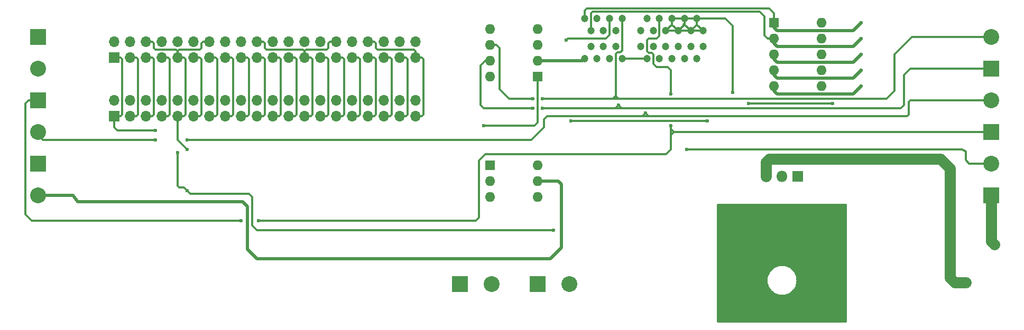
<source format=gbr>
G04 #@! TF.FileFunction,Copper,L2,Bot,Signal*
%FSLAX46Y46*%
G04 Gerber Fmt 4.6, Leading zero omitted, Abs format (unit mm)*
G04 Created by KiCad (PCBNEW 4.0.6) date 03/06/18 07:35:55*
%MOMM*%
%LPD*%
G01*
G04 APERTURE LIST*
%ADD10C,0.100000*%
%ADD11R,2.540000X2.540000*%
%ADD12C,2.540000*%
%ADD13R,1.700000X1.700000*%
%ADD14O,1.700000X1.700000*%
%ADD15C,1.198880*%
%ADD16R,1.600000X1.600000*%
%ADD17O,1.600000X1.600000*%
%ADD18R,1.800000X1.800000*%
%ADD19O,1.800000X1.800000*%
%ADD20C,0.600000*%
%ADD21C,0.304800*%
%ADD22C,0.508000*%
%ADD23C,1.778000*%
%ADD24C,0.254000*%
G04 APERTURE END LIST*
D10*
D11*
X141986000Y-80010000D03*
D12*
X147066000Y-80010000D03*
D13*
X86614000Y-53086000D03*
D14*
X86614000Y-50546000D03*
X89154000Y-53086000D03*
X89154000Y-50546000D03*
X91694000Y-53086000D03*
X91694000Y-50546000D03*
X94234000Y-53086000D03*
X94234000Y-50546000D03*
X96774000Y-53086000D03*
X96774000Y-50546000D03*
X99314000Y-53086000D03*
X99314000Y-50546000D03*
X101854000Y-53086000D03*
X101854000Y-50546000D03*
X104394000Y-53086000D03*
X104394000Y-50546000D03*
X106934000Y-53086000D03*
X106934000Y-50546000D03*
X109474000Y-53086000D03*
X109474000Y-50546000D03*
X112014000Y-53086000D03*
X112014000Y-50546000D03*
X114554000Y-53086000D03*
X114554000Y-50546000D03*
X117094000Y-53086000D03*
X117094000Y-50546000D03*
X119634000Y-53086000D03*
X119634000Y-50546000D03*
X122174000Y-53086000D03*
X122174000Y-50546000D03*
X124714000Y-53086000D03*
X124714000Y-50546000D03*
X127254000Y-53086000D03*
X127254000Y-50546000D03*
X129794000Y-53086000D03*
X129794000Y-50546000D03*
X132334000Y-53086000D03*
X132334000Y-50546000D03*
X134874000Y-53086000D03*
X134874000Y-50546000D03*
D11*
X227076000Y-65786000D03*
D12*
X227076000Y-60706000D03*
D11*
X74422000Y-50546000D03*
D12*
X74422000Y-55626000D03*
D11*
X227076000Y-45466000D03*
D12*
X227076000Y-40386000D03*
D11*
X154432000Y-80010000D03*
D12*
X159512000Y-80010000D03*
D11*
X74422000Y-60706000D03*
D12*
X74422000Y-65786000D03*
D11*
X227076000Y-55626000D03*
D12*
X227076000Y-50546000D03*
D11*
X74422000Y-40386000D03*
D12*
X74422000Y-45466000D03*
D15*
X167949880Y-37388800D03*
X166949120Y-39390320D03*
X165950900Y-37388800D03*
X164950140Y-39390320D03*
X163949380Y-37388800D03*
X162951160Y-39390320D03*
X161950400Y-37388800D03*
X166949120Y-41889680D03*
X164950140Y-41889680D03*
X162951160Y-41889680D03*
X167949880Y-43891200D03*
X165950900Y-43891200D03*
X163949380Y-43891200D03*
X161950400Y-43891200D03*
X170949620Y-39390320D03*
X172951140Y-39390320D03*
X174950120Y-39390320D03*
X176949100Y-39390320D03*
X178950620Y-39390320D03*
X180949600Y-39390320D03*
X179948840Y-37388800D03*
X177949860Y-37388800D03*
X175950880Y-37388800D03*
X173949360Y-37388800D03*
X171950380Y-37388800D03*
X180949600Y-41889680D03*
X179948840Y-43891200D03*
X178950620Y-41889680D03*
X177949860Y-43891200D03*
X176949100Y-41889680D03*
X175950880Y-43891200D03*
X174950120Y-41889680D03*
X173949360Y-43891200D03*
X172951140Y-41889680D03*
X171950380Y-43891200D03*
X170949620Y-41889680D03*
D16*
X192278000Y-38100000D03*
D17*
X199898000Y-48260000D03*
X192278000Y-40640000D03*
X199898000Y-45720000D03*
X192278000Y-43180000D03*
X199898000Y-43180000D03*
X192278000Y-45720000D03*
X199898000Y-40640000D03*
X192278000Y-48260000D03*
X199898000Y-38100000D03*
D16*
X146812000Y-60960000D03*
D17*
X154432000Y-66040000D03*
X146812000Y-63500000D03*
X154432000Y-63500000D03*
X146812000Y-66040000D03*
X154432000Y-60960000D03*
D16*
X154432000Y-46736000D03*
D17*
X146812000Y-39116000D03*
X154432000Y-44196000D03*
X146812000Y-41656000D03*
X154432000Y-41656000D03*
X146812000Y-44196000D03*
X154432000Y-39116000D03*
X146812000Y-46736000D03*
D18*
X196088000Y-62738000D03*
D19*
X193548000Y-62738000D03*
X191008000Y-62738000D03*
D13*
X86614000Y-43688000D03*
D14*
X86614000Y-41148000D03*
X89154000Y-43688000D03*
X89154000Y-41148000D03*
X91694000Y-43688000D03*
X91694000Y-41148000D03*
X94234000Y-43688000D03*
X94234000Y-41148000D03*
X96774000Y-43688000D03*
X96774000Y-41148000D03*
X99314000Y-43688000D03*
X99314000Y-41148000D03*
X101854000Y-43688000D03*
X101854000Y-41148000D03*
X104394000Y-43688000D03*
X104394000Y-41148000D03*
X106934000Y-43688000D03*
X106934000Y-41148000D03*
X109474000Y-43688000D03*
X109474000Y-41148000D03*
X112014000Y-43688000D03*
X112014000Y-41148000D03*
X114554000Y-43688000D03*
X114554000Y-41148000D03*
X117094000Y-43688000D03*
X117094000Y-41148000D03*
X119634000Y-43688000D03*
X119634000Y-41148000D03*
X122174000Y-43688000D03*
X122174000Y-41148000D03*
X124714000Y-43688000D03*
X124714000Y-41148000D03*
X127254000Y-43688000D03*
X127254000Y-41148000D03*
X129794000Y-43688000D03*
X129794000Y-41148000D03*
X132334000Y-43688000D03*
X132334000Y-41148000D03*
X134874000Y-43688000D03*
X134874000Y-41148000D03*
D20*
X202184000Y-83058000D03*
X199644000Y-84328000D03*
X202184000Y-80772000D03*
X199644000Y-82042000D03*
X199644000Y-79756000D03*
X202184000Y-78486000D03*
X202184000Y-76200000D03*
X202184000Y-73914000D03*
X199644000Y-77470000D03*
X199644000Y-75184000D03*
X199644000Y-72898000D03*
X202184000Y-71628000D03*
X199644000Y-70612000D03*
X194564000Y-84582000D03*
X197104000Y-83058000D03*
X197104000Y-80772000D03*
X192024000Y-83058000D03*
X197104000Y-78486000D03*
X197104000Y-76200000D03*
X197104000Y-73914000D03*
X197104000Y-71628000D03*
X194564000Y-75184000D03*
X194564000Y-72898000D03*
X192024000Y-76200000D03*
X192024000Y-73914000D03*
X194564000Y-70612000D03*
X192024000Y-71628000D03*
X202184000Y-69342000D03*
X199644000Y-68326000D03*
X197104000Y-69342000D03*
X194564000Y-68326000D03*
X192024000Y-69342000D03*
X189484000Y-84582000D03*
X189484000Y-82042000D03*
X189484000Y-79756000D03*
X189484000Y-77470000D03*
X189484000Y-75184000D03*
X189484000Y-72898000D03*
X189484000Y-70612000D03*
X189484000Y-68326000D03*
X186944000Y-83058000D03*
X186944000Y-80772000D03*
X186944000Y-78486000D03*
X186944000Y-76200000D03*
X186944000Y-73914000D03*
X186944000Y-71628000D03*
X186944000Y-69342000D03*
X184404000Y-84582000D03*
X184404000Y-82296000D03*
X184404000Y-80010000D03*
X184404000Y-77470000D03*
X184404000Y-75184000D03*
X184404000Y-72898000D03*
X184404000Y-70612000D03*
X184404000Y-68326000D03*
X201676000Y-51054000D03*
X188214000Y-51054000D03*
X185674000Y-49276000D03*
X98298000Y-58420000D03*
X227584000Y-73660000D03*
X156972000Y-71374000D03*
X98298000Y-65024000D03*
X96774000Y-58928000D03*
X223012000Y-79756000D03*
X93218000Y-55372000D03*
X145796000Y-54610000D03*
X178308000Y-58420000D03*
X175768000Y-49530000D03*
X175768000Y-54610000D03*
X106934000Y-69850000D03*
X109728000Y-69850000D03*
X171704000Y-52578000D03*
X93218000Y-56896000D03*
X98298000Y-56896000D03*
X167386000Y-51308000D03*
X153670000Y-51816000D03*
X155194000Y-51816000D03*
X155194000Y-50292000D03*
X153670000Y-50292000D03*
X159004000Y-40894000D03*
X159766000Y-53848000D03*
X181610000Y-53848000D03*
X206248000Y-48260000D03*
X206248000Y-45720000D03*
X206248000Y-43180000D03*
X206248000Y-40640000D03*
X206248000Y-38100000D03*
D21*
X180949600Y-39390320D02*
X180947060Y-39390320D01*
X180947060Y-39390320D02*
X179948840Y-38392100D01*
X179948840Y-37388800D02*
X179948840Y-38392100D01*
X179948840Y-38392100D02*
X178950620Y-39390320D01*
X178950620Y-39390320D02*
X177949860Y-38389560D01*
X177949860Y-38389560D02*
X177835560Y-38389560D01*
X177800000Y-38354000D02*
X177949860Y-38354000D01*
X177835560Y-38389560D02*
X177800000Y-38354000D01*
X177949860Y-37388800D02*
X177949860Y-38354000D01*
X177949860Y-38354000D02*
X177949860Y-38389560D01*
X177949860Y-38389560D02*
X176949100Y-39390320D01*
X180949600Y-39390320D02*
X178950620Y-39390320D01*
X176949100Y-39390320D02*
X178950620Y-39390320D01*
X179948840Y-37388800D02*
X177949860Y-37388800D01*
X177949860Y-37388800D02*
X175950880Y-37388800D01*
X174950120Y-39390320D02*
X174952660Y-39390320D01*
X174952660Y-39390320D02*
X175950880Y-38392100D01*
X175950880Y-37388800D02*
X175950880Y-38392100D01*
X175950880Y-38392100D02*
X176949100Y-39390320D01*
X174950120Y-39390320D02*
X176949100Y-39390320D01*
X201676000Y-51054000D02*
X188214000Y-51054000D01*
X185674000Y-49276000D02*
X185674000Y-40132000D01*
X185674000Y-40132000D02*
X185674000Y-38608000D01*
X185674000Y-38608000D02*
X184454800Y-37388800D01*
X179948840Y-37388800D02*
X184454800Y-37388800D01*
X96774000Y-53086000D02*
X96774000Y-56896000D01*
X96774000Y-56896000D02*
X98298000Y-58420000D01*
D22*
X154432000Y-44196000D02*
X161645600Y-44196000D01*
X161645600Y-44196000D02*
X161950400Y-43891200D01*
D21*
X127254000Y-41148000D02*
X128270000Y-41148000D01*
X134874000Y-42672000D02*
X134874000Y-43688000D01*
X134620000Y-42418000D02*
X134874000Y-42672000D01*
X128778000Y-42418000D02*
X134620000Y-42418000D01*
X128524000Y-42164000D02*
X128778000Y-42418000D01*
X128524000Y-41402000D02*
X128524000Y-42164000D01*
X128270000Y-41148000D02*
X128524000Y-41402000D01*
X122174000Y-41148000D02*
X121158000Y-41148000D01*
X117348000Y-42418000D02*
X117094000Y-42672000D01*
X120650000Y-42418000D02*
X117348000Y-42418000D01*
X120904000Y-42164000D02*
X120650000Y-42418000D01*
X120904000Y-41402000D02*
X120904000Y-42164000D01*
X121158000Y-41148000D02*
X120904000Y-41402000D01*
X109474000Y-41148000D02*
X110490000Y-41148000D01*
X110490000Y-41148000D02*
X110744000Y-41402000D01*
X110744000Y-41402000D02*
X110744000Y-42164000D01*
X110744000Y-42164000D02*
X110998000Y-42418000D01*
X110998000Y-42418000D02*
X116840000Y-42418000D01*
X116840000Y-42418000D02*
X117094000Y-42672000D01*
X117094000Y-42672000D02*
X117094000Y-43688000D01*
X101854000Y-41148000D02*
X100838000Y-41148000D01*
X97028000Y-42418000D02*
X96774000Y-42672000D01*
X100330000Y-42418000D02*
X97028000Y-42418000D01*
X100584000Y-42164000D02*
X100330000Y-42418000D01*
X100584000Y-41402000D02*
X100584000Y-42164000D01*
X100838000Y-41148000D02*
X100584000Y-41402000D01*
X91694000Y-41148000D02*
X92710000Y-41148000D01*
X92710000Y-41148000D02*
X92964000Y-41402000D01*
X92964000Y-41402000D02*
X92964000Y-42164000D01*
X92964000Y-42164000D02*
X93218000Y-42418000D01*
X93218000Y-42418000D02*
X96520000Y-42418000D01*
X96520000Y-42418000D02*
X96774000Y-42672000D01*
X96774000Y-42672000D02*
X96774000Y-43688000D01*
D23*
X227076000Y-66802000D02*
X227076000Y-73152000D01*
X227076000Y-73152000D02*
X227584000Y-73660000D01*
D21*
X134874000Y-43688000D02*
X135890000Y-43688000D01*
X135890000Y-43688000D02*
X136144000Y-43942000D01*
X136144000Y-43942000D02*
X136144000Y-52832000D01*
X136144000Y-52832000D02*
X135890000Y-53086000D01*
X135890000Y-53086000D02*
X134874000Y-53086000D01*
X117094000Y-53086000D02*
X118110000Y-53086000D01*
X118110000Y-53086000D02*
X118364000Y-52832000D01*
X118364000Y-52832000D02*
X118364000Y-43942000D01*
X118364000Y-43942000D02*
X118110000Y-43688000D01*
X118110000Y-43688000D02*
X117094000Y-43688000D01*
X96774000Y-53086000D02*
X97790000Y-53086000D01*
X97790000Y-53086000D02*
X98044000Y-52832000D01*
X98044000Y-52832000D02*
X98044000Y-43942000D01*
X98044000Y-43942000D02*
X97790000Y-43688000D01*
X97790000Y-43688000D02*
X96774000Y-43688000D01*
X106934000Y-53086000D02*
X107950000Y-53086000D01*
X107950000Y-43688000D02*
X106934000Y-43688000D01*
X108204000Y-43942000D02*
X107950000Y-43688000D01*
X108204000Y-52832000D02*
X108204000Y-43942000D01*
X107950000Y-53086000D02*
X108204000Y-52832000D01*
X98298000Y-65024000D02*
X98806000Y-65532000D01*
X109474000Y-71374000D02*
X156972000Y-71374000D01*
X108712000Y-70612000D02*
X109474000Y-71374000D01*
X108712000Y-66040000D02*
X108712000Y-70612000D01*
X108204000Y-65532000D02*
X108712000Y-66040000D01*
X98806000Y-65532000D02*
X108204000Y-65532000D01*
X96774000Y-64262000D02*
X96774000Y-58928000D01*
X97028000Y-64516000D02*
X96774000Y-64262000D01*
X97790000Y-64516000D02*
X97028000Y-64516000D01*
X97790000Y-64516000D02*
X98298000Y-65024000D01*
D23*
X191008000Y-62738000D02*
X191008000Y-60452000D01*
X221234000Y-79756000D02*
X223012000Y-79756000D01*
X220472000Y-78994000D02*
X221234000Y-79756000D01*
X220472000Y-61468000D02*
X220472000Y-78994000D01*
X218948000Y-59944000D02*
X220472000Y-61468000D01*
X191516000Y-59944000D02*
X218948000Y-59944000D01*
X191008000Y-60452000D02*
X191516000Y-59944000D01*
D21*
X86614000Y-54864000D02*
X86614000Y-53086000D01*
X87122000Y-55372000D02*
X86614000Y-54864000D01*
X93218000Y-55372000D02*
X87122000Y-55372000D01*
X86614000Y-43688000D02*
X87630000Y-43688000D01*
X87630000Y-43688000D02*
X87884000Y-43942000D01*
X87884000Y-43942000D02*
X87884000Y-52832000D01*
X87884000Y-52832000D02*
X87630000Y-53086000D01*
X87630000Y-53086000D02*
X86614000Y-53086000D01*
X171950380Y-43891200D02*
X167949880Y-43891200D01*
X89154000Y-43688000D02*
X90170000Y-43688000D01*
X90170000Y-43688000D02*
X90424000Y-43942000D01*
X90424000Y-43942000D02*
X90424000Y-52832000D01*
X90424000Y-52832000D02*
X90170000Y-53086000D01*
X90170000Y-53086000D02*
X89154000Y-53086000D01*
X91694000Y-53086000D02*
X92710000Y-53086000D01*
X92710000Y-43688000D02*
X91694000Y-43688000D01*
X92964000Y-43942000D02*
X92710000Y-43688000D01*
X92964000Y-52832000D02*
X92964000Y-43942000D01*
X92710000Y-53086000D02*
X92964000Y-52832000D01*
X94234000Y-43688000D02*
X95250000Y-43688000D01*
X95250000Y-53086000D02*
X94234000Y-53086000D01*
X95504000Y-52832000D02*
X95250000Y-53086000D01*
X95504000Y-43942000D02*
X95504000Y-52832000D01*
X95250000Y-43688000D02*
X95504000Y-43942000D01*
X154432000Y-54102000D02*
X153924000Y-54610000D01*
X153924000Y-54610000D02*
X145796000Y-54610000D01*
X154432000Y-46736000D02*
X154432000Y-54102000D01*
X99314000Y-43688000D02*
X100330000Y-43688000D01*
X100330000Y-53086000D02*
X99314000Y-53086000D01*
X100584000Y-52832000D02*
X100330000Y-53086000D01*
X100584000Y-52578000D02*
X100584000Y-52832000D01*
X100584000Y-43942000D02*
X100584000Y-52578000D01*
X100330000Y-43688000D02*
X100584000Y-43942000D01*
X101854000Y-53086000D02*
X102870000Y-53086000D01*
X102870000Y-43688000D02*
X101854000Y-43688000D01*
X103124000Y-43942000D02*
X102870000Y-43688000D01*
X103124000Y-52832000D02*
X103124000Y-43942000D01*
X102870000Y-53086000D02*
X103124000Y-52832000D01*
X104394000Y-43688000D02*
X105410000Y-43688000D01*
X105410000Y-53086000D02*
X104394000Y-53086000D01*
X105664000Y-52832000D02*
X105410000Y-53086000D01*
X105664000Y-43942000D02*
X105664000Y-52832000D01*
X105410000Y-43688000D02*
X105664000Y-43942000D01*
X109474000Y-43688000D02*
X110490000Y-43688000D01*
X110490000Y-53086000D02*
X109474000Y-53086000D01*
X110744000Y-52832000D02*
X110490000Y-53086000D01*
X110744000Y-43942000D02*
X110744000Y-52832000D01*
X110490000Y-43688000D02*
X110744000Y-43942000D01*
X112014000Y-53086000D02*
X113030000Y-53086000D01*
X113030000Y-43688000D02*
X112014000Y-43688000D01*
X113284000Y-43942000D02*
X113030000Y-43688000D01*
X113284000Y-52832000D02*
X113284000Y-43942000D01*
X113030000Y-53086000D02*
X113284000Y-52832000D01*
X114554000Y-43688000D02*
X115570000Y-43688000D01*
X115570000Y-53086000D02*
X114554000Y-53086000D01*
X115824000Y-52832000D02*
X115570000Y-53086000D01*
X115824000Y-43942000D02*
X115824000Y-52832000D01*
X115570000Y-43688000D02*
X115824000Y-43942000D01*
X119634000Y-43688000D02*
X120650000Y-43688000D01*
X120650000Y-53086000D02*
X119634000Y-53086000D01*
X120904000Y-52832000D02*
X120650000Y-53086000D01*
X120904000Y-43942000D02*
X120904000Y-52832000D01*
X120650000Y-43688000D02*
X120904000Y-43942000D01*
X122174000Y-53086000D02*
X123190000Y-53086000D01*
X123190000Y-43688000D02*
X122174000Y-43688000D01*
X123444000Y-43942000D02*
X123190000Y-43688000D01*
X123444000Y-52832000D02*
X123444000Y-43942000D01*
X123190000Y-53086000D02*
X123444000Y-52832000D01*
X124714000Y-43688000D02*
X125730000Y-43688000D01*
X125730000Y-53086000D02*
X124714000Y-53086000D01*
X125984000Y-52832000D02*
X125730000Y-53086000D01*
X125984000Y-43942000D02*
X125984000Y-52832000D01*
X125730000Y-43688000D02*
X125984000Y-43942000D01*
X127254000Y-53086000D02*
X128270000Y-53086000D01*
X128270000Y-43688000D02*
X127254000Y-43688000D01*
X128524000Y-43942000D02*
X128270000Y-43688000D01*
X128524000Y-52832000D02*
X128524000Y-43942000D01*
X128270000Y-53086000D02*
X128524000Y-52832000D01*
X129794000Y-43688000D02*
X130810000Y-43688000D01*
X130810000Y-53086000D02*
X129794000Y-53086000D01*
X131064000Y-52832000D02*
X130810000Y-53086000D01*
X131064000Y-43942000D02*
X131064000Y-52832000D01*
X130810000Y-43688000D02*
X131064000Y-43942000D01*
X132334000Y-53086000D02*
X133350000Y-53086000D01*
X133350000Y-43688000D02*
X132334000Y-43688000D01*
X133604000Y-43942000D02*
X133350000Y-43688000D01*
X133604000Y-52832000D02*
X133604000Y-43942000D01*
X133350000Y-53086000D02*
X133604000Y-52832000D01*
X227076000Y-60706000D02*
X223520000Y-60706000D01*
X222419333Y-58420000D02*
X178308000Y-58420000D01*
X223012000Y-58775600D02*
X222419333Y-58420000D01*
X223012000Y-60096400D02*
X223012000Y-58775600D01*
X223520000Y-60706000D02*
X223012000Y-60096400D01*
D22*
X154432000Y-63500000D02*
X157734000Y-63500000D01*
X157734000Y-63500000D02*
X158242000Y-64008000D01*
X107188000Y-66802000D02*
X80772000Y-66802000D01*
X80772000Y-66802000D02*
X80010000Y-65786000D01*
X80010000Y-65786000D02*
X74676000Y-65786000D01*
X107950000Y-67564000D02*
X107188000Y-66802000D01*
X107950000Y-74422000D02*
X107950000Y-67564000D01*
X109474000Y-75946000D02*
X107950000Y-74422000D01*
X156464000Y-75946000D02*
X109474000Y-75946000D01*
X158242000Y-74168000D02*
X156464000Y-75946000D01*
X158242000Y-64008000D02*
X158242000Y-74168000D01*
D21*
X173482000Y-40640000D02*
X172212000Y-40640000D01*
X173949360Y-40172640D02*
X173482000Y-40640000D01*
X175260000Y-45212000D02*
X175768000Y-45720000D01*
X175768000Y-45720000D02*
X175768000Y-49530000D01*
X175768000Y-55372000D02*
X175768000Y-54610000D01*
X173949360Y-40172640D02*
X173949360Y-37388800D01*
X173482000Y-45212000D02*
X175260000Y-45212000D01*
X172974000Y-44704000D02*
X173482000Y-45212000D01*
X172974000Y-43180000D02*
X172974000Y-44704000D01*
X172720000Y-42926000D02*
X172974000Y-43180000D01*
X172212000Y-42926000D02*
X172720000Y-42926000D01*
X171958000Y-42672000D02*
X172212000Y-42926000D01*
X171958000Y-40894000D02*
X171958000Y-42672000D01*
X172212000Y-40640000D02*
X171958000Y-40894000D01*
X176276000Y-55626000D02*
X175768000Y-55118000D01*
X175768000Y-55118000D02*
X175768000Y-55372000D01*
X175768000Y-55372000D02*
X175768000Y-56134000D01*
X146304000Y-59182000D02*
X146050000Y-59182000D01*
X176276000Y-55626000D02*
X175768000Y-56134000D01*
X175768000Y-56134000D02*
X175768000Y-58420000D01*
X175768000Y-58420000D02*
X175006000Y-59182000D01*
X175006000Y-59182000D02*
X146304000Y-59182000D01*
X227076000Y-55626000D02*
X176276000Y-55626000D01*
X72898000Y-50546000D02*
X74422000Y-50546000D01*
X72390000Y-51054000D02*
X72898000Y-50546000D01*
X72390000Y-68834000D02*
X72390000Y-51054000D01*
X73406000Y-69850000D02*
X72390000Y-68834000D01*
X106934000Y-69850000D02*
X73406000Y-69850000D01*
X144526000Y-69850000D02*
X109728000Y-69850000D01*
X145034000Y-69342000D02*
X144526000Y-69850000D01*
X145034000Y-60198000D02*
X145034000Y-69342000D01*
X146050000Y-59182000D02*
X145034000Y-60198000D01*
X171196000Y-53086000D02*
X171704000Y-52578000D01*
X171704000Y-52578000D02*
X172212000Y-53086000D01*
X172212000Y-53086000D02*
X172212000Y-53086000D01*
X227076000Y-50546000D02*
X214122000Y-50546000D01*
X75184000Y-56896000D02*
X74422000Y-56134000D01*
X78740000Y-56896000D02*
X75184000Y-56896000D01*
X93218000Y-56896000D02*
X78740000Y-56896000D01*
X153416000Y-56896000D02*
X98298000Y-56896000D01*
X155448000Y-54864000D02*
X153416000Y-56896000D01*
X155448000Y-53594000D02*
X155448000Y-54864000D01*
X155956000Y-53086000D02*
X155448000Y-53594000D01*
X213614000Y-53086000D02*
X171196000Y-53086000D01*
X171196000Y-53086000D02*
X155956000Y-53086000D01*
X213868000Y-52832000D02*
X213614000Y-53086000D01*
X213868000Y-50800000D02*
X213868000Y-52832000D01*
X214122000Y-50546000D02*
X213868000Y-50800000D01*
X74422000Y-56134000D02*
X74422000Y-55626000D01*
X167386000Y-51308000D02*
X166878000Y-51816000D01*
X167386000Y-51308000D02*
X167894000Y-51816000D01*
X167894000Y-51816000D02*
X167640000Y-51816000D01*
X227076000Y-45466000D02*
X214122000Y-45466000D01*
X214122000Y-45466000D02*
X213106000Y-46482000D01*
X213106000Y-46482000D02*
X213106000Y-51308000D01*
X213106000Y-51308000D02*
X212598000Y-51816000D01*
X212598000Y-51816000D02*
X167640000Y-51816000D01*
X167640000Y-51816000D02*
X166878000Y-51816000D01*
X166878000Y-51816000D02*
X155194000Y-51816000D01*
X145288000Y-44958000D02*
X146050000Y-44196000D01*
X145288000Y-51308000D02*
X145288000Y-44958000D01*
X145796000Y-51816000D02*
X145288000Y-51308000D01*
X153670000Y-51816000D02*
X145796000Y-51816000D01*
X146050000Y-44196000D02*
X146812000Y-44196000D01*
X166922000Y-49828000D02*
X167386000Y-50292000D01*
X167386000Y-50292000D02*
X167132000Y-50292000D01*
X167949880Y-42362120D02*
X167949880Y-42575120D01*
X167949880Y-37388800D02*
X167949880Y-42362120D01*
X166950000Y-49800000D02*
X166922000Y-49828000D01*
X166922000Y-49828000D02*
X166458000Y-50292000D01*
X166950000Y-43125000D02*
X166950000Y-49800000D01*
X167200000Y-42875000D02*
X166950000Y-43125000D01*
X167650000Y-42875000D02*
X167200000Y-42875000D01*
X167949880Y-42575120D02*
X167650000Y-42875000D01*
X227076000Y-40386000D02*
X214376000Y-40386000D01*
X167894000Y-50292000D02*
X167132000Y-50292000D01*
X210312000Y-50292000D02*
X167894000Y-50292000D01*
X211582000Y-49022000D02*
X210312000Y-50292000D01*
X211582000Y-43180000D02*
X211582000Y-49022000D01*
X214376000Y-40386000D02*
X211582000Y-43180000D01*
X147828000Y-41656000D02*
X147574000Y-41656000D01*
X167132000Y-50292000D02*
X166878000Y-50292000D01*
X166878000Y-50292000D02*
X166458000Y-50292000D01*
X166458000Y-50292000D02*
X161290000Y-50292000D01*
X161290000Y-50292000D02*
X155194000Y-50292000D01*
X153670000Y-50292000D02*
X149860000Y-50292000D01*
X149860000Y-50292000D02*
X148590000Y-49022000D01*
X148590000Y-49022000D02*
X148336000Y-48768000D01*
X148336000Y-48768000D02*
X148336000Y-42926000D01*
X148336000Y-42926000D02*
X148336000Y-42164000D01*
X148336000Y-42164000D02*
X147828000Y-41656000D01*
X147574000Y-41656000D02*
X146812000Y-41656000D01*
X147574000Y-41656000D02*
X146812000Y-41656000D01*
X165950900Y-40043100D02*
X165950900Y-37388800D01*
X165354000Y-40640000D02*
X165950900Y-40043100D01*
X159258000Y-40640000D02*
X165354000Y-40640000D01*
X159004000Y-40894000D02*
X159258000Y-40640000D01*
X181610000Y-53848000D02*
X159766000Y-53848000D01*
D22*
X192278000Y-48260000D02*
X192278000Y-49022000D01*
X192278000Y-49022000D02*
X192786000Y-49530000D01*
X192786000Y-49530000D02*
X204978000Y-49530000D01*
X204978000Y-49530000D02*
X206248000Y-48260000D01*
X192278000Y-45720000D02*
X192278000Y-46482000D01*
X192278000Y-46482000D02*
X192786000Y-46990000D01*
X192786000Y-46990000D02*
X204978000Y-46990000D01*
X204978000Y-46990000D02*
X206248000Y-45720000D01*
X192278000Y-43180000D02*
X192278000Y-43942000D01*
X192278000Y-43942000D02*
X192786000Y-44450000D01*
X192786000Y-44450000D02*
X204978000Y-44450000D01*
X204978000Y-44450000D02*
X206248000Y-43180000D01*
D21*
X192278000Y-40640000D02*
X191262000Y-40640000D01*
X162951160Y-36576000D02*
X162951160Y-39390320D01*
X163205160Y-36322000D02*
X162951160Y-36576000D01*
X189992000Y-36322000D02*
X163205160Y-36322000D01*
X190754000Y-37084000D02*
X189992000Y-36322000D01*
X190754000Y-40132000D02*
X190754000Y-37084000D01*
X191262000Y-40640000D02*
X190754000Y-40132000D01*
D22*
X192278000Y-40640000D02*
X192278000Y-41402000D01*
X192278000Y-41402000D02*
X192786000Y-41910000D01*
X192786000Y-41910000D02*
X204978000Y-41910000D01*
X204978000Y-41910000D02*
X206248000Y-40640000D01*
D21*
X192278000Y-38100000D02*
X192278000Y-36576000D01*
X161950400Y-36169600D02*
X161950400Y-37388800D01*
X162306000Y-35814000D02*
X161950400Y-36169600D01*
X191516000Y-35814000D02*
X162306000Y-35814000D01*
X192278000Y-36576000D02*
X191516000Y-35814000D01*
D22*
X192278000Y-38100000D02*
X192278000Y-38862000D01*
X192278000Y-38862000D02*
X192786000Y-39370000D01*
X192786000Y-39370000D02*
X204978000Y-39370000D01*
X204978000Y-39370000D02*
X206248000Y-38100000D01*
D24*
G36*
X203835000Y-85979000D02*
X183261000Y-85979000D01*
X183261000Y-79398000D01*
X191116275Y-79398000D01*
X191134898Y-79491624D01*
X191134583Y-79852870D01*
X191273749Y-80189678D01*
X191297822Y-80310700D01*
X191365776Y-80412401D01*
X191501166Y-80740069D01*
X191753850Y-80993195D01*
X191814825Y-81084450D01*
X191905283Y-81144892D01*
X192179361Y-81419449D01*
X192540803Y-81569533D01*
X192588575Y-81601453D01*
X192644433Y-81612564D01*
X193065919Y-81787580D01*
X194025870Y-81788417D01*
X194451375Y-81612602D01*
X194507425Y-81601453D01*
X194554527Y-81569980D01*
X194913069Y-81421834D01*
X195190045Y-81145341D01*
X195281175Y-81084450D01*
X195341534Y-80994116D01*
X195592449Y-80743639D01*
X195729609Y-80413320D01*
X195798178Y-80310700D01*
X195822046Y-80190709D01*
X195960580Y-79857081D01*
X195960898Y-79492651D01*
X195979725Y-79398000D01*
X195961062Y-79304175D01*
X195961417Y-78897130D01*
X195804607Y-78517620D01*
X195798178Y-78485300D01*
X195780030Y-78458139D01*
X195594834Y-78009931D01*
X194916639Y-77330551D01*
X194030081Y-76962420D01*
X193070130Y-76961583D01*
X192182931Y-77328166D01*
X191503551Y-78006361D01*
X191315933Y-78458194D01*
X191297822Y-78485300D01*
X191291518Y-78516994D01*
X191135420Y-78892919D01*
X191135062Y-79303551D01*
X191116275Y-79398000D01*
X183261000Y-79398000D01*
X183261000Y-67183000D01*
X203835000Y-67183000D01*
X203835000Y-85979000D01*
X203835000Y-85979000D01*
G37*
X203835000Y-85979000D02*
X183261000Y-85979000D01*
X183261000Y-79398000D01*
X191116275Y-79398000D01*
X191134898Y-79491624D01*
X191134583Y-79852870D01*
X191273749Y-80189678D01*
X191297822Y-80310700D01*
X191365776Y-80412401D01*
X191501166Y-80740069D01*
X191753850Y-80993195D01*
X191814825Y-81084450D01*
X191905283Y-81144892D01*
X192179361Y-81419449D01*
X192540803Y-81569533D01*
X192588575Y-81601453D01*
X192644433Y-81612564D01*
X193065919Y-81787580D01*
X194025870Y-81788417D01*
X194451375Y-81612602D01*
X194507425Y-81601453D01*
X194554527Y-81569980D01*
X194913069Y-81421834D01*
X195190045Y-81145341D01*
X195281175Y-81084450D01*
X195341534Y-80994116D01*
X195592449Y-80743639D01*
X195729609Y-80413320D01*
X195798178Y-80310700D01*
X195822046Y-80190709D01*
X195960580Y-79857081D01*
X195960898Y-79492651D01*
X195979725Y-79398000D01*
X195961062Y-79304175D01*
X195961417Y-78897130D01*
X195804607Y-78517620D01*
X195798178Y-78485300D01*
X195780030Y-78458139D01*
X195594834Y-78009931D01*
X194916639Y-77330551D01*
X194030081Y-76962420D01*
X193070130Y-76961583D01*
X192182931Y-77328166D01*
X191503551Y-78006361D01*
X191315933Y-78458194D01*
X191297822Y-78485300D01*
X191291518Y-78516994D01*
X191135420Y-78892919D01*
X191135062Y-79303551D01*
X191116275Y-79398000D01*
X183261000Y-79398000D01*
X183261000Y-67183000D01*
X203835000Y-67183000D01*
X203835000Y-85979000D01*
M02*

</source>
